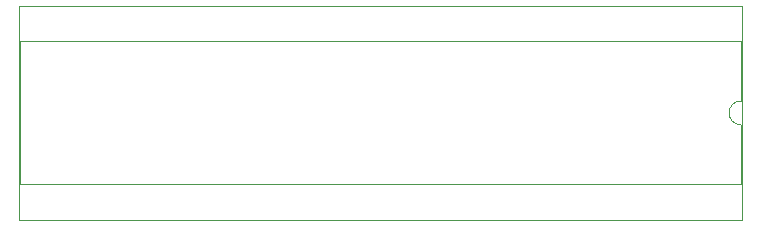
<source format=gbr>
G04 #@! TF.GenerationSoftware,KiCad,Pcbnew,7.0.0-1.fc37*
G04 #@! TF.CreationDate,2023-02-19T18:59:07+00:00*
G04 #@! TF.ProjectId,Gary,47617279-2e6b-4696-9361-645f70636258,rev?*
G04 #@! TF.SameCoordinates,Original*
G04 #@! TF.FileFunction,Legend,Bot*
G04 #@! TF.FilePolarity,Positive*
%FSLAX46Y46*%
G04 Gerber Fmt 4.6, Leading zero omitted, Abs format (unit mm)*
G04 Created by KiCad (PCBNEW 7.0.0-1.fc37) date 2023-02-19 18:59:07*
%MOMM*%
%LPD*%
G01*
G04 APERTURE LIST*
%ADD10C,0.120000*%
G04 APERTURE END LIST*
D10*
G04 #@! TO.C,U1*
X187816000Y-37417000D02*
X187816000Y-55537000D01*
X126616000Y-37417000D02*
X187816000Y-37417000D01*
X187756000Y-40417000D02*
X187756000Y-45477000D01*
X126676000Y-40417000D02*
X187756000Y-40417000D01*
X187756000Y-47477000D02*
X187756000Y-52537000D01*
X187756000Y-52537000D02*
X126676000Y-52537000D01*
X126676000Y-52537000D02*
X126676000Y-40417000D01*
X187816000Y-55537000D02*
X126616000Y-55537000D01*
X126616000Y-55537000D02*
X126616000Y-37417000D01*
X187756000Y-45477000D02*
G75*
G03*
X187756000Y-47477000I0J-1000000D01*
G01*
G04 #@! TD*
M02*

</source>
